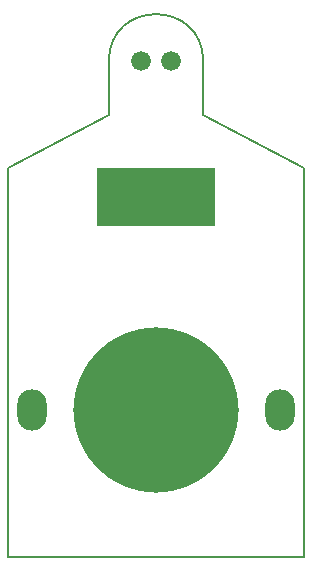
<source format=gbs>
G04 (created by PCBNEW (2013-02-02 BZR 3928)-testing) date Mon 15 Sep 2014 08:44:07 BST*
%MOIN*%
G04 Gerber Fmt 3.4, Leading zero omitted, Abs format*
%FSLAX34Y34*%
G01*
G70*
G90*
G04 APERTURE LIST*
%ADD10C,0.006*%
%ADD11C,0.00590551*%
%ADD12C,0.066*%
%ADD13C,0.551181*%
%ADD14O,0.0984252X0.137795*%
%ADD15R,0.393701X0.19685*%
G04 APERTURE END LIST*
G54D10*
G54D11*
X25196Y-9251D02*
G75*
G03X22047Y-9251I-1574J0D01*
G74*
G01*
X22047Y-11023D02*
X22047Y-9251D01*
X18700Y-12795D02*
X22047Y-11023D01*
X25196Y-11023D02*
X25196Y-9251D01*
X28543Y-12795D02*
X25196Y-11023D01*
X18700Y-12795D02*
X18700Y-25787D01*
X28543Y-12795D02*
X28543Y-25787D01*
X28543Y-25787D02*
X18700Y-25787D01*
G54D12*
X24122Y-9251D03*
X23122Y-9251D03*
G54D13*
X23622Y-20866D03*
G54D14*
X27755Y-20866D03*
X19488Y-20866D03*
G54D15*
X23622Y-13779D03*
M02*

</source>
